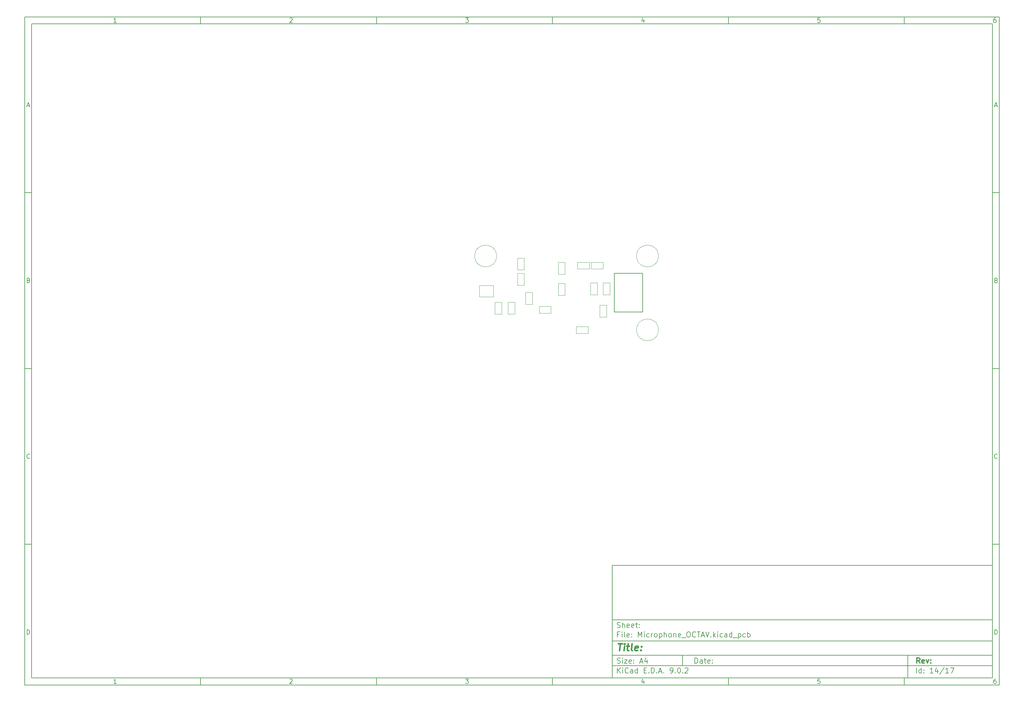
<source format=gbr>
%TF.GenerationSoftware,KiCad,Pcbnew,9.0.2*%
%TF.CreationDate,2025-08-29T05:40:04+02:00*%
%TF.ProjectId,Microphone_OCTAV,4d696372-6f70-4686-9f6e-655f4f435441,rev?*%
%TF.SameCoordinates,Original*%
%TF.FileFunction,Other,User*%
%FSLAX46Y46*%
G04 Gerber Fmt 4.6, Leading zero omitted, Abs format (unit mm)*
G04 Created by KiCad (PCBNEW 9.0.2) date 2025-08-29 05:40:04*
%MOMM*%
%LPD*%
G01*
G04 APERTURE LIST*
%ADD10C,0.100000*%
%ADD11C,0.150000*%
%ADD12C,0.300000*%
%ADD13C,0.400000*%
%ADD14C,0.050000*%
%ADD15C,0.152400*%
G04 APERTURE END LIST*
D10*
D11*
X177002200Y-166007200D02*
X285002200Y-166007200D01*
X285002200Y-198007200D01*
X177002200Y-198007200D01*
X177002200Y-166007200D01*
D10*
D11*
X10000000Y-10000000D02*
X287002200Y-10000000D01*
X287002200Y-200007200D01*
X10000000Y-200007200D01*
X10000000Y-10000000D01*
D10*
D11*
X12000000Y-12000000D02*
X285002200Y-12000000D01*
X285002200Y-198007200D01*
X12000000Y-198007200D01*
X12000000Y-12000000D01*
D10*
D11*
X60000000Y-12000000D02*
X60000000Y-10000000D01*
D10*
D11*
X110000000Y-12000000D02*
X110000000Y-10000000D01*
D10*
D11*
X160000000Y-12000000D02*
X160000000Y-10000000D01*
D10*
D11*
X210000000Y-12000000D02*
X210000000Y-10000000D01*
D10*
D11*
X260000000Y-12000000D02*
X260000000Y-10000000D01*
D10*
D11*
X36089160Y-11593604D02*
X35346303Y-11593604D01*
X35717731Y-11593604D02*
X35717731Y-10293604D01*
X35717731Y-10293604D02*
X35593922Y-10479319D01*
X35593922Y-10479319D02*
X35470112Y-10603128D01*
X35470112Y-10603128D02*
X35346303Y-10665033D01*
D10*
D11*
X85346303Y-10417414D02*
X85408207Y-10355509D01*
X85408207Y-10355509D02*
X85532017Y-10293604D01*
X85532017Y-10293604D02*
X85841541Y-10293604D01*
X85841541Y-10293604D02*
X85965350Y-10355509D01*
X85965350Y-10355509D02*
X86027255Y-10417414D01*
X86027255Y-10417414D02*
X86089160Y-10541223D01*
X86089160Y-10541223D02*
X86089160Y-10665033D01*
X86089160Y-10665033D02*
X86027255Y-10850747D01*
X86027255Y-10850747D02*
X85284398Y-11593604D01*
X85284398Y-11593604D02*
X86089160Y-11593604D01*
D10*
D11*
X135284398Y-10293604D02*
X136089160Y-10293604D01*
X136089160Y-10293604D02*
X135655826Y-10788842D01*
X135655826Y-10788842D02*
X135841541Y-10788842D01*
X135841541Y-10788842D02*
X135965350Y-10850747D01*
X135965350Y-10850747D02*
X136027255Y-10912652D01*
X136027255Y-10912652D02*
X136089160Y-11036461D01*
X136089160Y-11036461D02*
X136089160Y-11345985D01*
X136089160Y-11345985D02*
X136027255Y-11469795D01*
X136027255Y-11469795D02*
X135965350Y-11531700D01*
X135965350Y-11531700D02*
X135841541Y-11593604D01*
X135841541Y-11593604D02*
X135470112Y-11593604D01*
X135470112Y-11593604D02*
X135346303Y-11531700D01*
X135346303Y-11531700D02*
X135284398Y-11469795D01*
D10*
D11*
X185965350Y-10726938D02*
X185965350Y-11593604D01*
X185655826Y-10231700D02*
X185346303Y-11160271D01*
X185346303Y-11160271D02*
X186151064Y-11160271D01*
D10*
D11*
X236027255Y-10293604D02*
X235408207Y-10293604D01*
X235408207Y-10293604D02*
X235346303Y-10912652D01*
X235346303Y-10912652D02*
X235408207Y-10850747D01*
X235408207Y-10850747D02*
X235532017Y-10788842D01*
X235532017Y-10788842D02*
X235841541Y-10788842D01*
X235841541Y-10788842D02*
X235965350Y-10850747D01*
X235965350Y-10850747D02*
X236027255Y-10912652D01*
X236027255Y-10912652D02*
X236089160Y-11036461D01*
X236089160Y-11036461D02*
X236089160Y-11345985D01*
X236089160Y-11345985D02*
X236027255Y-11469795D01*
X236027255Y-11469795D02*
X235965350Y-11531700D01*
X235965350Y-11531700D02*
X235841541Y-11593604D01*
X235841541Y-11593604D02*
X235532017Y-11593604D01*
X235532017Y-11593604D02*
X235408207Y-11531700D01*
X235408207Y-11531700D02*
X235346303Y-11469795D01*
D10*
D11*
X285965350Y-10293604D02*
X285717731Y-10293604D01*
X285717731Y-10293604D02*
X285593922Y-10355509D01*
X285593922Y-10355509D02*
X285532017Y-10417414D01*
X285532017Y-10417414D02*
X285408207Y-10603128D01*
X285408207Y-10603128D02*
X285346303Y-10850747D01*
X285346303Y-10850747D02*
X285346303Y-11345985D01*
X285346303Y-11345985D02*
X285408207Y-11469795D01*
X285408207Y-11469795D02*
X285470112Y-11531700D01*
X285470112Y-11531700D02*
X285593922Y-11593604D01*
X285593922Y-11593604D02*
X285841541Y-11593604D01*
X285841541Y-11593604D02*
X285965350Y-11531700D01*
X285965350Y-11531700D02*
X286027255Y-11469795D01*
X286027255Y-11469795D02*
X286089160Y-11345985D01*
X286089160Y-11345985D02*
X286089160Y-11036461D01*
X286089160Y-11036461D02*
X286027255Y-10912652D01*
X286027255Y-10912652D02*
X285965350Y-10850747D01*
X285965350Y-10850747D02*
X285841541Y-10788842D01*
X285841541Y-10788842D02*
X285593922Y-10788842D01*
X285593922Y-10788842D02*
X285470112Y-10850747D01*
X285470112Y-10850747D02*
X285408207Y-10912652D01*
X285408207Y-10912652D02*
X285346303Y-11036461D01*
D10*
D11*
X60000000Y-198007200D02*
X60000000Y-200007200D01*
D10*
D11*
X110000000Y-198007200D02*
X110000000Y-200007200D01*
D10*
D11*
X160000000Y-198007200D02*
X160000000Y-200007200D01*
D10*
D11*
X210000000Y-198007200D02*
X210000000Y-200007200D01*
D10*
D11*
X260000000Y-198007200D02*
X260000000Y-200007200D01*
D10*
D11*
X36089160Y-199600804D02*
X35346303Y-199600804D01*
X35717731Y-199600804D02*
X35717731Y-198300804D01*
X35717731Y-198300804D02*
X35593922Y-198486519D01*
X35593922Y-198486519D02*
X35470112Y-198610328D01*
X35470112Y-198610328D02*
X35346303Y-198672233D01*
D10*
D11*
X85346303Y-198424614D02*
X85408207Y-198362709D01*
X85408207Y-198362709D02*
X85532017Y-198300804D01*
X85532017Y-198300804D02*
X85841541Y-198300804D01*
X85841541Y-198300804D02*
X85965350Y-198362709D01*
X85965350Y-198362709D02*
X86027255Y-198424614D01*
X86027255Y-198424614D02*
X86089160Y-198548423D01*
X86089160Y-198548423D02*
X86089160Y-198672233D01*
X86089160Y-198672233D02*
X86027255Y-198857947D01*
X86027255Y-198857947D02*
X85284398Y-199600804D01*
X85284398Y-199600804D02*
X86089160Y-199600804D01*
D10*
D11*
X135284398Y-198300804D02*
X136089160Y-198300804D01*
X136089160Y-198300804D02*
X135655826Y-198796042D01*
X135655826Y-198796042D02*
X135841541Y-198796042D01*
X135841541Y-198796042D02*
X135965350Y-198857947D01*
X135965350Y-198857947D02*
X136027255Y-198919852D01*
X136027255Y-198919852D02*
X136089160Y-199043661D01*
X136089160Y-199043661D02*
X136089160Y-199353185D01*
X136089160Y-199353185D02*
X136027255Y-199476995D01*
X136027255Y-199476995D02*
X135965350Y-199538900D01*
X135965350Y-199538900D02*
X135841541Y-199600804D01*
X135841541Y-199600804D02*
X135470112Y-199600804D01*
X135470112Y-199600804D02*
X135346303Y-199538900D01*
X135346303Y-199538900D02*
X135284398Y-199476995D01*
D10*
D11*
X185965350Y-198734138D02*
X185965350Y-199600804D01*
X185655826Y-198238900D02*
X185346303Y-199167471D01*
X185346303Y-199167471D02*
X186151064Y-199167471D01*
D10*
D11*
X236027255Y-198300804D02*
X235408207Y-198300804D01*
X235408207Y-198300804D02*
X235346303Y-198919852D01*
X235346303Y-198919852D02*
X235408207Y-198857947D01*
X235408207Y-198857947D02*
X235532017Y-198796042D01*
X235532017Y-198796042D02*
X235841541Y-198796042D01*
X235841541Y-198796042D02*
X235965350Y-198857947D01*
X235965350Y-198857947D02*
X236027255Y-198919852D01*
X236027255Y-198919852D02*
X236089160Y-199043661D01*
X236089160Y-199043661D02*
X236089160Y-199353185D01*
X236089160Y-199353185D02*
X236027255Y-199476995D01*
X236027255Y-199476995D02*
X235965350Y-199538900D01*
X235965350Y-199538900D02*
X235841541Y-199600804D01*
X235841541Y-199600804D02*
X235532017Y-199600804D01*
X235532017Y-199600804D02*
X235408207Y-199538900D01*
X235408207Y-199538900D02*
X235346303Y-199476995D01*
D10*
D11*
X285965350Y-198300804D02*
X285717731Y-198300804D01*
X285717731Y-198300804D02*
X285593922Y-198362709D01*
X285593922Y-198362709D02*
X285532017Y-198424614D01*
X285532017Y-198424614D02*
X285408207Y-198610328D01*
X285408207Y-198610328D02*
X285346303Y-198857947D01*
X285346303Y-198857947D02*
X285346303Y-199353185D01*
X285346303Y-199353185D02*
X285408207Y-199476995D01*
X285408207Y-199476995D02*
X285470112Y-199538900D01*
X285470112Y-199538900D02*
X285593922Y-199600804D01*
X285593922Y-199600804D02*
X285841541Y-199600804D01*
X285841541Y-199600804D02*
X285965350Y-199538900D01*
X285965350Y-199538900D02*
X286027255Y-199476995D01*
X286027255Y-199476995D02*
X286089160Y-199353185D01*
X286089160Y-199353185D02*
X286089160Y-199043661D01*
X286089160Y-199043661D02*
X286027255Y-198919852D01*
X286027255Y-198919852D02*
X285965350Y-198857947D01*
X285965350Y-198857947D02*
X285841541Y-198796042D01*
X285841541Y-198796042D02*
X285593922Y-198796042D01*
X285593922Y-198796042D02*
X285470112Y-198857947D01*
X285470112Y-198857947D02*
X285408207Y-198919852D01*
X285408207Y-198919852D02*
X285346303Y-199043661D01*
D10*
D11*
X10000000Y-60000000D02*
X12000000Y-60000000D01*
D10*
D11*
X10000000Y-110000000D02*
X12000000Y-110000000D01*
D10*
D11*
X10000000Y-160000000D02*
X12000000Y-160000000D01*
D10*
D11*
X10690476Y-35222176D02*
X11309523Y-35222176D01*
X10566666Y-35593604D02*
X10999999Y-34293604D01*
X10999999Y-34293604D02*
X11433333Y-35593604D01*
D10*
D11*
X11092857Y-84912652D02*
X11278571Y-84974557D01*
X11278571Y-84974557D02*
X11340476Y-85036461D01*
X11340476Y-85036461D02*
X11402380Y-85160271D01*
X11402380Y-85160271D02*
X11402380Y-85345985D01*
X11402380Y-85345985D02*
X11340476Y-85469795D01*
X11340476Y-85469795D02*
X11278571Y-85531700D01*
X11278571Y-85531700D02*
X11154761Y-85593604D01*
X11154761Y-85593604D02*
X10659523Y-85593604D01*
X10659523Y-85593604D02*
X10659523Y-84293604D01*
X10659523Y-84293604D02*
X11092857Y-84293604D01*
X11092857Y-84293604D02*
X11216666Y-84355509D01*
X11216666Y-84355509D02*
X11278571Y-84417414D01*
X11278571Y-84417414D02*
X11340476Y-84541223D01*
X11340476Y-84541223D02*
X11340476Y-84665033D01*
X11340476Y-84665033D02*
X11278571Y-84788842D01*
X11278571Y-84788842D02*
X11216666Y-84850747D01*
X11216666Y-84850747D02*
X11092857Y-84912652D01*
X11092857Y-84912652D02*
X10659523Y-84912652D01*
D10*
D11*
X11402380Y-135469795D02*
X11340476Y-135531700D01*
X11340476Y-135531700D02*
X11154761Y-135593604D01*
X11154761Y-135593604D02*
X11030952Y-135593604D01*
X11030952Y-135593604D02*
X10845238Y-135531700D01*
X10845238Y-135531700D02*
X10721428Y-135407890D01*
X10721428Y-135407890D02*
X10659523Y-135284080D01*
X10659523Y-135284080D02*
X10597619Y-135036461D01*
X10597619Y-135036461D02*
X10597619Y-134850747D01*
X10597619Y-134850747D02*
X10659523Y-134603128D01*
X10659523Y-134603128D02*
X10721428Y-134479319D01*
X10721428Y-134479319D02*
X10845238Y-134355509D01*
X10845238Y-134355509D02*
X11030952Y-134293604D01*
X11030952Y-134293604D02*
X11154761Y-134293604D01*
X11154761Y-134293604D02*
X11340476Y-134355509D01*
X11340476Y-134355509D02*
X11402380Y-134417414D01*
D10*
D11*
X10659523Y-185593604D02*
X10659523Y-184293604D01*
X10659523Y-184293604D02*
X10969047Y-184293604D01*
X10969047Y-184293604D02*
X11154761Y-184355509D01*
X11154761Y-184355509D02*
X11278571Y-184479319D01*
X11278571Y-184479319D02*
X11340476Y-184603128D01*
X11340476Y-184603128D02*
X11402380Y-184850747D01*
X11402380Y-184850747D02*
X11402380Y-185036461D01*
X11402380Y-185036461D02*
X11340476Y-185284080D01*
X11340476Y-185284080D02*
X11278571Y-185407890D01*
X11278571Y-185407890D02*
X11154761Y-185531700D01*
X11154761Y-185531700D02*
X10969047Y-185593604D01*
X10969047Y-185593604D02*
X10659523Y-185593604D01*
D10*
D11*
X287002200Y-60000000D02*
X285002200Y-60000000D01*
D10*
D11*
X287002200Y-110000000D02*
X285002200Y-110000000D01*
D10*
D11*
X287002200Y-160000000D02*
X285002200Y-160000000D01*
D10*
D11*
X285692676Y-35222176D02*
X286311723Y-35222176D01*
X285568866Y-35593604D02*
X286002199Y-34293604D01*
X286002199Y-34293604D02*
X286435533Y-35593604D01*
D10*
D11*
X286095057Y-84912652D02*
X286280771Y-84974557D01*
X286280771Y-84974557D02*
X286342676Y-85036461D01*
X286342676Y-85036461D02*
X286404580Y-85160271D01*
X286404580Y-85160271D02*
X286404580Y-85345985D01*
X286404580Y-85345985D02*
X286342676Y-85469795D01*
X286342676Y-85469795D02*
X286280771Y-85531700D01*
X286280771Y-85531700D02*
X286156961Y-85593604D01*
X286156961Y-85593604D02*
X285661723Y-85593604D01*
X285661723Y-85593604D02*
X285661723Y-84293604D01*
X285661723Y-84293604D02*
X286095057Y-84293604D01*
X286095057Y-84293604D02*
X286218866Y-84355509D01*
X286218866Y-84355509D02*
X286280771Y-84417414D01*
X286280771Y-84417414D02*
X286342676Y-84541223D01*
X286342676Y-84541223D02*
X286342676Y-84665033D01*
X286342676Y-84665033D02*
X286280771Y-84788842D01*
X286280771Y-84788842D02*
X286218866Y-84850747D01*
X286218866Y-84850747D02*
X286095057Y-84912652D01*
X286095057Y-84912652D02*
X285661723Y-84912652D01*
D10*
D11*
X286404580Y-135469795D02*
X286342676Y-135531700D01*
X286342676Y-135531700D02*
X286156961Y-135593604D01*
X286156961Y-135593604D02*
X286033152Y-135593604D01*
X286033152Y-135593604D02*
X285847438Y-135531700D01*
X285847438Y-135531700D02*
X285723628Y-135407890D01*
X285723628Y-135407890D02*
X285661723Y-135284080D01*
X285661723Y-135284080D02*
X285599819Y-135036461D01*
X285599819Y-135036461D02*
X285599819Y-134850747D01*
X285599819Y-134850747D02*
X285661723Y-134603128D01*
X285661723Y-134603128D02*
X285723628Y-134479319D01*
X285723628Y-134479319D02*
X285847438Y-134355509D01*
X285847438Y-134355509D02*
X286033152Y-134293604D01*
X286033152Y-134293604D02*
X286156961Y-134293604D01*
X286156961Y-134293604D02*
X286342676Y-134355509D01*
X286342676Y-134355509D02*
X286404580Y-134417414D01*
D10*
D11*
X285661723Y-185593604D02*
X285661723Y-184293604D01*
X285661723Y-184293604D02*
X285971247Y-184293604D01*
X285971247Y-184293604D02*
X286156961Y-184355509D01*
X286156961Y-184355509D02*
X286280771Y-184479319D01*
X286280771Y-184479319D02*
X286342676Y-184603128D01*
X286342676Y-184603128D02*
X286404580Y-184850747D01*
X286404580Y-184850747D02*
X286404580Y-185036461D01*
X286404580Y-185036461D02*
X286342676Y-185284080D01*
X286342676Y-185284080D02*
X286280771Y-185407890D01*
X286280771Y-185407890D02*
X286156961Y-185531700D01*
X286156961Y-185531700D02*
X285971247Y-185593604D01*
X285971247Y-185593604D02*
X285661723Y-185593604D01*
D10*
D11*
X200458026Y-193793328D02*
X200458026Y-192293328D01*
X200458026Y-192293328D02*
X200815169Y-192293328D01*
X200815169Y-192293328D02*
X201029455Y-192364757D01*
X201029455Y-192364757D02*
X201172312Y-192507614D01*
X201172312Y-192507614D02*
X201243741Y-192650471D01*
X201243741Y-192650471D02*
X201315169Y-192936185D01*
X201315169Y-192936185D02*
X201315169Y-193150471D01*
X201315169Y-193150471D02*
X201243741Y-193436185D01*
X201243741Y-193436185D02*
X201172312Y-193579042D01*
X201172312Y-193579042D02*
X201029455Y-193721900D01*
X201029455Y-193721900D02*
X200815169Y-193793328D01*
X200815169Y-193793328D02*
X200458026Y-193793328D01*
X202600884Y-193793328D02*
X202600884Y-193007614D01*
X202600884Y-193007614D02*
X202529455Y-192864757D01*
X202529455Y-192864757D02*
X202386598Y-192793328D01*
X202386598Y-192793328D02*
X202100884Y-192793328D01*
X202100884Y-192793328D02*
X201958026Y-192864757D01*
X202600884Y-193721900D02*
X202458026Y-193793328D01*
X202458026Y-193793328D02*
X202100884Y-193793328D01*
X202100884Y-193793328D02*
X201958026Y-193721900D01*
X201958026Y-193721900D02*
X201886598Y-193579042D01*
X201886598Y-193579042D02*
X201886598Y-193436185D01*
X201886598Y-193436185D02*
X201958026Y-193293328D01*
X201958026Y-193293328D02*
X202100884Y-193221900D01*
X202100884Y-193221900D02*
X202458026Y-193221900D01*
X202458026Y-193221900D02*
X202600884Y-193150471D01*
X203100884Y-192793328D02*
X203672312Y-192793328D01*
X203315169Y-192293328D02*
X203315169Y-193579042D01*
X203315169Y-193579042D02*
X203386598Y-193721900D01*
X203386598Y-193721900D02*
X203529455Y-193793328D01*
X203529455Y-193793328D02*
X203672312Y-193793328D01*
X204743741Y-193721900D02*
X204600884Y-193793328D01*
X204600884Y-193793328D02*
X204315170Y-193793328D01*
X204315170Y-193793328D02*
X204172312Y-193721900D01*
X204172312Y-193721900D02*
X204100884Y-193579042D01*
X204100884Y-193579042D02*
X204100884Y-193007614D01*
X204100884Y-193007614D02*
X204172312Y-192864757D01*
X204172312Y-192864757D02*
X204315170Y-192793328D01*
X204315170Y-192793328D02*
X204600884Y-192793328D01*
X204600884Y-192793328D02*
X204743741Y-192864757D01*
X204743741Y-192864757D02*
X204815170Y-193007614D01*
X204815170Y-193007614D02*
X204815170Y-193150471D01*
X204815170Y-193150471D02*
X204100884Y-193293328D01*
X205458026Y-193650471D02*
X205529455Y-193721900D01*
X205529455Y-193721900D02*
X205458026Y-193793328D01*
X205458026Y-193793328D02*
X205386598Y-193721900D01*
X205386598Y-193721900D02*
X205458026Y-193650471D01*
X205458026Y-193650471D02*
X205458026Y-193793328D01*
X205458026Y-192864757D02*
X205529455Y-192936185D01*
X205529455Y-192936185D02*
X205458026Y-193007614D01*
X205458026Y-193007614D02*
X205386598Y-192936185D01*
X205386598Y-192936185D02*
X205458026Y-192864757D01*
X205458026Y-192864757D02*
X205458026Y-193007614D01*
D10*
D11*
X177002200Y-194507200D02*
X285002200Y-194507200D01*
D10*
D11*
X178458026Y-196593328D02*
X178458026Y-195093328D01*
X179315169Y-196593328D02*
X178672312Y-195736185D01*
X179315169Y-195093328D02*
X178458026Y-195950471D01*
X179958026Y-196593328D02*
X179958026Y-195593328D01*
X179958026Y-195093328D02*
X179886598Y-195164757D01*
X179886598Y-195164757D02*
X179958026Y-195236185D01*
X179958026Y-195236185D02*
X180029455Y-195164757D01*
X180029455Y-195164757D02*
X179958026Y-195093328D01*
X179958026Y-195093328D02*
X179958026Y-195236185D01*
X181529455Y-196450471D02*
X181458027Y-196521900D01*
X181458027Y-196521900D02*
X181243741Y-196593328D01*
X181243741Y-196593328D02*
X181100884Y-196593328D01*
X181100884Y-196593328D02*
X180886598Y-196521900D01*
X180886598Y-196521900D02*
X180743741Y-196379042D01*
X180743741Y-196379042D02*
X180672312Y-196236185D01*
X180672312Y-196236185D02*
X180600884Y-195950471D01*
X180600884Y-195950471D02*
X180600884Y-195736185D01*
X180600884Y-195736185D02*
X180672312Y-195450471D01*
X180672312Y-195450471D02*
X180743741Y-195307614D01*
X180743741Y-195307614D02*
X180886598Y-195164757D01*
X180886598Y-195164757D02*
X181100884Y-195093328D01*
X181100884Y-195093328D02*
X181243741Y-195093328D01*
X181243741Y-195093328D02*
X181458027Y-195164757D01*
X181458027Y-195164757D02*
X181529455Y-195236185D01*
X182815170Y-196593328D02*
X182815170Y-195807614D01*
X182815170Y-195807614D02*
X182743741Y-195664757D01*
X182743741Y-195664757D02*
X182600884Y-195593328D01*
X182600884Y-195593328D02*
X182315170Y-195593328D01*
X182315170Y-195593328D02*
X182172312Y-195664757D01*
X182815170Y-196521900D02*
X182672312Y-196593328D01*
X182672312Y-196593328D02*
X182315170Y-196593328D01*
X182315170Y-196593328D02*
X182172312Y-196521900D01*
X182172312Y-196521900D02*
X182100884Y-196379042D01*
X182100884Y-196379042D02*
X182100884Y-196236185D01*
X182100884Y-196236185D02*
X182172312Y-196093328D01*
X182172312Y-196093328D02*
X182315170Y-196021900D01*
X182315170Y-196021900D02*
X182672312Y-196021900D01*
X182672312Y-196021900D02*
X182815170Y-195950471D01*
X184172313Y-196593328D02*
X184172313Y-195093328D01*
X184172313Y-196521900D02*
X184029455Y-196593328D01*
X184029455Y-196593328D02*
X183743741Y-196593328D01*
X183743741Y-196593328D02*
X183600884Y-196521900D01*
X183600884Y-196521900D02*
X183529455Y-196450471D01*
X183529455Y-196450471D02*
X183458027Y-196307614D01*
X183458027Y-196307614D02*
X183458027Y-195879042D01*
X183458027Y-195879042D02*
X183529455Y-195736185D01*
X183529455Y-195736185D02*
X183600884Y-195664757D01*
X183600884Y-195664757D02*
X183743741Y-195593328D01*
X183743741Y-195593328D02*
X184029455Y-195593328D01*
X184029455Y-195593328D02*
X184172313Y-195664757D01*
X186029455Y-195807614D02*
X186529455Y-195807614D01*
X186743741Y-196593328D02*
X186029455Y-196593328D01*
X186029455Y-196593328D02*
X186029455Y-195093328D01*
X186029455Y-195093328D02*
X186743741Y-195093328D01*
X187386598Y-196450471D02*
X187458027Y-196521900D01*
X187458027Y-196521900D02*
X187386598Y-196593328D01*
X187386598Y-196593328D02*
X187315170Y-196521900D01*
X187315170Y-196521900D02*
X187386598Y-196450471D01*
X187386598Y-196450471D02*
X187386598Y-196593328D01*
X188100884Y-196593328D02*
X188100884Y-195093328D01*
X188100884Y-195093328D02*
X188458027Y-195093328D01*
X188458027Y-195093328D02*
X188672313Y-195164757D01*
X188672313Y-195164757D02*
X188815170Y-195307614D01*
X188815170Y-195307614D02*
X188886599Y-195450471D01*
X188886599Y-195450471D02*
X188958027Y-195736185D01*
X188958027Y-195736185D02*
X188958027Y-195950471D01*
X188958027Y-195950471D02*
X188886599Y-196236185D01*
X188886599Y-196236185D02*
X188815170Y-196379042D01*
X188815170Y-196379042D02*
X188672313Y-196521900D01*
X188672313Y-196521900D02*
X188458027Y-196593328D01*
X188458027Y-196593328D02*
X188100884Y-196593328D01*
X189600884Y-196450471D02*
X189672313Y-196521900D01*
X189672313Y-196521900D02*
X189600884Y-196593328D01*
X189600884Y-196593328D02*
X189529456Y-196521900D01*
X189529456Y-196521900D02*
X189600884Y-196450471D01*
X189600884Y-196450471D02*
X189600884Y-196593328D01*
X190243742Y-196164757D02*
X190958028Y-196164757D01*
X190100885Y-196593328D02*
X190600885Y-195093328D01*
X190600885Y-195093328D02*
X191100885Y-196593328D01*
X191600884Y-196450471D02*
X191672313Y-196521900D01*
X191672313Y-196521900D02*
X191600884Y-196593328D01*
X191600884Y-196593328D02*
X191529456Y-196521900D01*
X191529456Y-196521900D02*
X191600884Y-196450471D01*
X191600884Y-196450471D02*
X191600884Y-196593328D01*
X193529456Y-196593328D02*
X193815170Y-196593328D01*
X193815170Y-196593328D02*
X193958027Y-196521900D01*
X193958027Y-196521900D02*
X194029456Y-196450471D01*
X194029456Y-196450471D02*
X194172313Y-196236185D01*
X194172313Y-196236185D02*
X194243742Y-195950471D01*
X194243742Y-195950471D02*
X194243742Y-195379042D01*
X194243742Y-195379042D02*
X194172313Y-195236185D01*
X194172313Y-195236185D02*
X194100885Y-195164757D01*
X194100885Y-195164757D02*
X193958027Y-195093328D01*
X193958027Y-195093328D02*
X193672313Y-195093328D01*
X193672313Y-195093328D02*
X193529456Y-195164757D01*
X193529456Y-195164757D02*
X193458027Y-195236185D01*
X193458027Y-195236185D02*
X193386599Y-195379042D01*
X193386599Y-195379042D02*
X193386599Y-195736185D01*
X193386599Y-195736185D02*
X193458027Y-195879042D01*
X193458027Y-195879042D02*
X193529456Y-195950471D01*
X193529456Y-195950471D02*
X193672313Y-196021900D01*
X193672313Y-196021900D02*
X193958027Y-196021900D01*
X193958027Y-196021900D02*
X194100885Y-195950471D01*
X194100885Y-195950471D02*
X194172313Y-195879042D01*
X194172313Y-195879042D02*
X194243742Y-195736185D01*
X194886598Y-196450471D02*
X194958027Y-196521900D01*
X194958027Y-196521900D02*
X194886598Y-196593328D01*
X194886598Y-196593328D02*
X194815170Y-196521900D01*
X194815170Y-196521900D02*
X194886598Y-196450471D01*
X194886598Y-196450471D02*
X194886598Y-196593328D01*
X195886599Y-195093328D02*
X196029456Y-195093328D01*
X196029456Y-195093328D02*
X196172313Y-195164757D01*
X196172313Y-195164757D02*
X196243742Y-195236185D01*
X196243742Y-195236185D02*
X196315170Y-195379042D01*
X196315170Y-195379042D02*
X196386599Y-195664757D01*
X196386599Y-195664757D02*
X196386599Y-196021900D01*
X196386599Y-196021900D02*
X196315170Y-196307614D01*
X196315170Y-196307614D02*
X196243742Y-196450471D01*
X196243742Y-196450471D02*
X196172313Y-196521900D01*
X196172313Y-196521900D02*
X196029456Y-196593328D01*
X196029456Y-196593328D02*
X195886599Y-196593328D01*
X195886599Y-196593328D02*
X195743742Y-196521900D01*
X195743742Y-196521900D02*
X195672313Y-196450471D01*
X195672313Y-196450471D02*
X195600884Y-196307614D01*
X195600884Y-196307614D02*
X195529456Y-196021900D01*
X195529456Y-196021900D02*
X195529456Y-195664757D01*
X195529456Y-195664757D02*
X195600884Y-195379042D01*
X195600884Y-195379042D02*
X195672313Y-195236185D01*
X195672313Y-195236185D02*
X195743742Y-195164757D01*
X195743742Y-195164757D02*
X195886599Y-195093328D01*
X197029455Y-196450471D02*
X197100884Y-196521900D01*
X197100884Y-196521900D02*
X197029455Y-196593328D01*
X197029455Y-196593328D02*
X196958027Y-196521900D01*
X196958027Y-196521900D02*
X197029455Y-196450471D01*
X197029455Y-196450471D02*
X197029455Y-196593328D01*
X197672313Y-195236185D02*
X197743741Y-195164757D01*
X197743741Y-195164757D02*
X197886599Y-195093328D01*
X197886599Y-195093328D02*
X198243741Y-195093328D01*
X198243741Y-195093328D02*
X198386599Y-195164757D01*
X198386599Y-195164757D02*
X198458027Y-195236185D01*
X198458027Y-195236185D02*
X198529456Y-195379042D01*
X198529456Y-195379042D02*
X198529456Y-195521900D01*
X198529456Y-195521900D02*
X198458027Y-195736185D01*
X198458027Y-195736185D02*
X197600884Y-196593328D01*
X197600884Y-196593328D02*
X198529456Y-196593328D01*
D10*
D11*
X177002200Y-191507200D02*
X285002200Y-191507200D01*
D10*
D12*
X264413853Y-193785528D02*
X263913853Y-193071242D01*
X263556710Y-193785528D02*
X263556710Y-192285528D01*
X263556710Y-192285528D02*
X264128139Y-192285528D01*
X264128139Y-192285528D02*
X264270996Y-192356957D01*
X264270996Y-192356957D02*
X264342425Y-192428385D01*
X264342425Y-192428385D02*
X264413853Y-192571242D01*
X264413853Y-192571242D02*
X264413853Y-192785528D01*
X264413853Y-192785528D02*
X264342425Y-192928385D01*
X264342425Y-192928385D02*
X264270996Y-192999814D01*
X264270996Y-192999814D02*
X264128139Y-193071242D01*
X264128139Y-193071242D02*
X263556710Y-193071242D01*
X265628139Y-193714100D02*
X265485282Y-193785528D01*
X265485282Y-193785528D02*
X265199568Y-193785528D01*
X265199568Y-193785528D02*
X265056710Y-193714100D01*
X265056710Y-193714100D02*
X264985282Y-193571242D01*
X264985282Y-193571242D02*
X264985282Y-192999814D01*
X264985282Y-192999814D02*
X265056710Y-192856957D01*
X265056710Y-192856957D02*
X265199568Y-192785528D01*
X265199568Y-192785528D02*
X265485282Y-192785528D01*
X265485282Y-192785528D02*
X265628139Y-192856957D01*
X265628139Y-192856957D02*
X265699568Y-192999814D01*
X265699568Y-192999814D02*
X265699568Y-193142671D01*
X265699568Y-193142671D02*
X264985282Y-193285528D01*
X266199567Y-192785528D02*
X266556710Y-193785528D01*
X266556710Y-193785528D02*
X266913853Y-192785528D01*
X267485281Y-193642671D02*
X267556710Y-193714100D01*
X267556710Y-193714100D02*
X267485281Y-193785528D01*
X267485281Y-193785528D02*
X267413853Y-193714100D01*
X267413853Y-193714100D02*
X267485281Y-193642671D01*
X267485281Y-193642671D02*
X267485281Y-193785528D01*
X267485281Y-192856957D02*
X267556710Y-192928385D01*
X267556710Y-192928385D02*
X267485281Y-192999814D01*
X267485281Y-192999814D02*
X267413853Y-192928385D01*
X267413853Y-192928385D02*
X267485281Y-192856957D01*
X267485281Y-192856957D02*
X267485281Y-192999814D01*
D10*
D11*
X178386598Y-193721900D02*
X178600884Y-193793328D01*
X178600884Y-193793328D02*
X178958026Y-193793328D01*
X178958026Y-193793328D02*
X179100884Y-193721900D01*
X179100884Y-193721900D02*
X179172312Y-193650471D01*
X179172312Y-193650471D02*
X179243741Y-193507614D01*
X179243741Y-193507614D02*
X179243741Y-193364757D01*
X179243741Y-193364757D02*
X179172312Y-193221900D01*
X179172312Y-193221900D02*
X179100884Y-193150471D01*
X179100884Y-193150471D02*
X178958026Y-193079042D01*
X178958026Y-193079042D02*
X178672312Y-193007614D01*
X178672312Y-193007614D02*
X178529455Y-192936185D01*
X178529455Y-192936185D02*
X178458026Y-192864757D01*
X178458026Y-192864757D02*
X178386598Y-192721900D01*
X178386598Y-192721900D02*
X178386598Y-192579042D01*
X178386598Y-192579042D02*
X178458026Y-192436185D01*
X178458026Y-192436185D02*
X178529455Y-192364757D01*
X178529455Y-192364757D02*
X178672312Y-192293328D01*
X178672312Y-192293328D02*
X179029455Y-192293328D01*
X179029455Y-192293328D02*
X179243741Y-192364757D01*
X179886597Y-193793328D02*
X179886597Y-192793328D01*
X179886597Y-192293328D02*
X179815169Y-192364757D01*
X179815169Y-192364757D02*
X179886597Y-192436185D01*
X179886597Y-192436185D02*
X179958026Y-192364757D01*
X179958026Y-192364757D02*
X179886597Y-192293328D01*
X179886597Y-192293328D02*
X179886597Y-192436185D01*
X180458026Y-192793328D02*
X181243741Y-192793328D01*
X181243741Y-192793328D02*
X180458026Y-193793328D01*
X180458026Y-193793328D02*
X181243741Y-193793328D01*
X182386598Y-193721900D02*
X182243741Y-193793328D01*
X182243741Y-193793328D02*
X181958027Y-193793328D01*
X181958027Y-193793328D02*
X181815169Y-193721900D01*
X181815169Y-193721900D02*
X181743741Y-193579042D01*
X181743741Y-193579042D02*
X181743741Y-193007614D01*
X181743741Y-193007614D02*
X181815169Y-192864757D01*
X181815169Y-192864757D02*
X181958027Y-192793328D01*
X181958027Y-192793328D02*
X182243741Y-192793328D01*
X182243741Y-192793328D02*
X182386598Y-192864757D01*
X182386598Y-192864757D02*
X182458027Y-193007614D01*
X182458027Y-193007614D02*
X182458027Y-193150471D01*
X182458027Y-193150471D02*
X181743741Y-193293328D01*
X183100883Y-193650471D02*
X183172312Y-193721900D01*
X183172312Y-193721900D02*
X183100883Y-193793328D01*
X183100883Y-193793328D02*
X183029455Y-193721900D01*
X183029455Y-193721900D02*
X183100883Y-193650471D01*
X183100883Y-193650471D02*
X183100883Y-193793328D01*
X183100883Y-192864757D02*
X183172312Y-192936185D01*
X183172312Y-192936185D02*
X183100883Y-193007614D01*
X183100883Y-193007614D02*
X183029455Y-192936185D01*
X183029455Y-192936185D02*
X183100883Y-192864757D01*
X183100883Y-192864757D02*
X183100883Y-193007614D01*
X184886598Y-193364757D02*
X185600884Y-193364757D01*
X184743741Y-193793328D02*
X185243741Y-192293328D01*
X185243741Y-192293328D02*
X185743741Y-193793328D01*
X186886598Y-192793328D02*
X186886598Y-193793328D01*
X186529455Y-192221900D02*
X186172312Y-193293328D01*
X186172312Y-193293328D02*
X187100883Y-193293328D01*
D10*
D11*
X263458026Y-196593328D02*
X263458026Y-195093328D01*
X264815170Y-196593328D02*
X264815170Y-195093328D01*
X264815170Y-196521900D02*
X264672312Y-196593328D01*
X264672312Y-196593328D02*
X264386598Y-196593328D01*
X264386598Y-196593328D02*
X264243741Y-196521900D01*
X264243741Y-196521900D02*
X264172312Y-196450471D01*
X264172312Y-196450471D02*
X264100884Y-196307614D01*
X264100884Y-196307614D02*
X264100884Y-195879042D01*
X264100884Y-195879042D02*
X264172312Y-195736185D01*
X264172312Y-195736185D02*
X264243741Y-195664757D01*
X264243741Y-195664757D02*
X264386598Y-195593328D01*
X264386598Y-195593328D02*
X264672312Y-195593328D01*
X264672312Y-195593328D02*
X264815170Y-195664757D01*
X265529455Y-196450471D02*
X265600884Y-196521900D01*
X265600884Y-196521900D02*
X265529455Y-196593328D01*
X265529455Y-196593328D02*
X265458027Y-196521900D01*
X265458027Y-196521900D02*
X265529455Y-196450471D01*
X265529455Y-196450471D02*
X265529455Y-196593328D01*
X265529455Y-195664757D02*
X265600884Y-195736185D01*
X265600884Y-195736185D02*
X265529455Y-195807614D01*
X265529455Y-195807614D02*
X265458027Y-195736185D01*
X265458027Y-195736185D02*
X265529455Y-195664757D01*
X265529455Y-195664757D02*
X265529455Y-195807614D01*
X268172313Y-196593328D02*
X267315170Y-196593328D01*
X267743741Y-196593328D02*
X267743741Y-195093328D01*
X267743741Y-195093328D02*
X267600884Y-195307614D01*
X267600884Y-195307614D02*
X267458027Y-195450471D01*
X267458027Y-195450471D02*
X267315170Y-195521900D01*
X269458027Y-195593328D02*
X269458027Y-196593328D01*
X269100884Y-195021900D02*
X268743741Y-196093328D01*
X268743741Y-196093328D02*
X269672312Y-196093328D01*
X271315169Y-195021900D02*
X270029455Y-196950471D01*
X272600884Y-196593328D02*
X271743741Y-196593328D01*
X272172312Y-196593328D02*
X272172312Y-195093328D01*
X272172312Y-195093328D02*
X272029455Y-195307614D01*
X272029455Y-195307614D02*
X271886598Y-195450471D01*
X271886598Y-195450471D02*
X271743741Y-195521900D01*
X273100883Y-195093328D02*
X274100883Y-195093328D01*
X274100883Y-195093328D02*
X273458026Y-196593328D01*
D10*
D11*
X177002200Y-187507200D02*
X285002200Y-187507200D01*
D10*
D13*
X178693928Y-188211638D02*
X179836785Y-188211638D01*
X179015357Y-190211638D02*
X179265357Y-188211638D01*
X180253452Y-190211638D02*
X180420119Y-188878304D01*
X180503452Y-188211638D02*
X180396309Y-188306876D01*
X180396309Y-188306876D02*
X180479643Y-188402114D01*
X180479643Y-188402114D02*
X180586786Y-188306876D01*
X180586786Y-188306876D02*
X180503452Y-188211638D01*
X180503452Y-188211638D02*
X180479643Y-188402114D01*
X181086786Y-188878304D02*
X181848690Y-188878304D01*
X181455833Y-188211638D02*
X181241548Y-189925923D01*
X181241548Y-189925923D02*
X181312976Y-190116400D01*
X181312976Y-190116400D02*
X181491548Y-190211638D01*
X181491548Y-190211638D02*
X181682024Y-190211638D01*
X182634405Y-190211638D02*
X182455833Y-190116400D01*
X182455833Y-190116400D02*
X182384405Y-189925923D01*
X182384405Y-189925923D02*
X182598690Y-188211638D01*
X184170119Y-190116400D02*
X183967738Y-190211638D01*
X183967738Y-190211638D02*
X183586785Y-190211638D01*
X183586785Y-190211638D02*
X183408214Y-190116400D01*
X183408214Y-190116400D02*
X183336785Y-189925923D01*
X183336785Y-189925923D02*
X183432024Y-189164019D01*
X183432024Y-189164019D02*
X183551071Y-188973542D01*
X183551071Y-188973542D02*
X183753452Y-188878304D01*
X183753452Y-188878304D02*
X184134404Y-188878304D01*
X184134404Y-188878304D02*
X184312976Y-188973542D01*
X184312976Y-188973542D02*
X184384404Y-189164019D01*
X184384404Y-189164019D02*
X184360595Y-189354495D01*
X184360595Y-189354495D02*
X183384404Y-189544971D01*
X185134405Y-190021161D02*
X185217738Y-190116400D01*
X185217738Y-190116400D02*
X185110595Y-190211638D01*
X185110595Y-190211638D02*
X185027262Y-190116400D01*
X185027262Y-190116400D02*
X185134405Y-190021161D01*
X185134405Y-190021161D02*
X185110595Y-190211638D01*
X185265357Y-188973542D02*
X185348690Y-189068780D01*
X185348690Y-189068780D02*
X185241548Y-189164019D01*
X185241548Y-189164019D02*
X185158214Y-189068780D01*
X185158214Y-189068780D02*
X185265357Y-188973542D01*
X185265357Y-188973542D02*
X185241548Y-189164019D01*
D10*
D11*
X178958026Y-185607614D02*
X178458026Y-185607614D01*
X178458026Y-186393328D02*
X178458026Y-184893328D01*
X178458026Y-184893328D02*
X179172312Y-184893328D01*
X179743740Y-186393328D02*
X179743740Y-185393328D01*
X179743740Y-184893328D02*
X179672312Y-184964757D01*
X179672312Y-184964757D02*
X179743740Y-185036185D01*
X179743740Y-185036185D02*
X179815169Y-184964757D01*
X179815169Y-184964757D02*
X179743740Y-184893328D01*
X179743740Y-184893328D02*
X179743740Y-185036185D01*
X180672312Y-186393328D02*
X180529455Y-186321900D01*
X180529455Y-186321900D02*
X180458026Y-186179042D01*
X180458026Y-186179042D02*
X180458026Y-184893328D01*
X181815169Y-186321900D02*
X181672312Y-186393328D01*
X181672312Y-186393328D02*
X181386598Y-186393328D01*
X181386598Y-186393328D02*
X181243740Y-186321900D01*
X181243740Y-186321900D02*
X181172312Y-186179042D01*
X181172312Y-186179042D02*
X181172312Y-185607614D01*
X181172312Y-185607614D02*
X181243740Y-185464757D01*
X181243740Y-185464757D02*
X181386598Y-185393328D01*
X181386598Y-185393328D02*
X181672312Y-185393328D01*
X181672312Y-185393328D02*
X181815169Y-185464757D01*
X181815169Y-185464757D02*
X181886598Y-185607614D01*
X181886598Y-185607614D02*
X181886598Y-185750471D01*
X181886598Y-185750471D02*
X181172312Y-185893328D01*
X182529454Y-186250471D02*
X182600883Y-186321900D01*
X182600883Y-186321900D02*
X182529454Y-186393328D01*
X182529454Y-186393328D02*
X182458026Y-186321900D01*
X182458026Y-186321900D02*
X182529454Y-186250471D01*
X182529454Y-186250471D02*
X182529454Y-186393328D01*
X182529454Y-185464757D02*
X182600883Y-185536185D01*
X182600883Y-185536185D02*
X182529454Y-185607614D01*
X182529454Y-185607614D02*
X182458026Y-185536185D01*
X182458026Y-185536185D02*
X182529454Y-185464757D01*
X182529454Y-185464757D02*
X182529454Y-185607614D01*
X184386597Y-186393328D02*
X184386597Y-184893328D01*
X184386597Y-184893328D02*
X184886597Y-185964757D01*
X184886597Y-185964757D02*
X185386597Y-184893328D01*
X185386597Y-184893328D02*
X185386597Y-186393328D01*
X186100883Y-186393328D02*
X186100883Y-185393328D01*
X186100883Y-184893328D02*
X186029455Y-184964757D01*
X186029455Y-184964757D02*
X186100883Y-185036185D01*
X186100883Y-185036185D02*
X186172312Y-184964757D01*
X186172312Y-184964757D02*
X186100883Y-184893328D01*
X186100883Y-184893328D02*
X186100883Y-185036185D01*
X187458027Y-186321900D02*
X187315169Y-186393328D01*
X187315169Y-186393328D02*
X187029455Y-186393328D01*
X187029455Y-186393328D02*
X186886598Y-186321900D01*
X186886598Y-186321900D02*
X186815169Y-186250471D01*
X186815169Y-186250471D02*
X186743741Y-186107614D01*
X186743741Y-186107614D02*
X186743741Y-185679042D01*
X186743741Y-185679042D02*
X186815169Y-185536185D01*
X186815169Y-185536185D02*
X186886598Y-185464757D01*
X186886598Y-185464757D02*
X187029455Y-185393328D01*
X187029455Y-185393328D02*
X187315169Y-185393328D01*
X187315169Y-185393328D02*
X187458027Y-185464757D01*
X188100883Y-186393328D02*
X188100883Y-185393328D01*
X188100883Y-185679042D02*
X188172312Y-185536185D01*
X188172312Y-185536185D02*
X188243741Y-185464757D01*
X188243741Y-185464757D02*
X188386598Y-185393328D01*
X188386598Y-185393328D02*
X188529455Y-185393328D01*
X189243740Y-186393328D02*
X189100883Y-186321900D01*
X189100883Y-186321900D02*
X189029454Y-186250471D01*
X189029454Y-186250471D02*
X188958026Y-186107614D01*
X188958026Y-186107614D02*
X188958026Y-185679042D01*
X188958026Y-185679042D02*
X189029454Y-185536185D01*
X189029454Y-185536185D02*
X189100883Y-185464757D01*
X189100883Y-185464757D02*
X189243740Y-185393328D01*
X189243740Y-185393328D02*
X189458026Y-185393328D01*
X189458026Y-185393328D02*
X189600883Y-185464757D01*
X189600883Y-185464757D02*
X189672312Y-185536185D01*
X189672312Y-185536185D02*
X189743740Y-185679042D01*
X189743740Y-185679042D02*
X189743740Y-186107614D01*
X189743740Y-186107614D02*
X189672312Y-186250471D01*
X189672312Y-186250471D02*
X189600883Y-186321900D01*
X189600883Y-186321900D02*
X189458026Y-186393328D01*
X189458026Y-186393328D02*
X189243740Y-186393328D01*
X190386597Y-185393328D02*
X190386597Y-186893328D01*
X190386597Y-185464757D02*
X190529455Y-185393328D01*
X190529455Y-185393328D02*
X190815169Y-185393328D01*
X190815169Y-185393328D02*
X190958026Y-185464757D01*
X190958026Y-185464757D02*
X191029455Y-185536185D01*
X191029455Y-185536185D02*
X191100883Y-185679042D01*
X191100883Y-185679042D02*
X191100883Y-186107614D01*
X191100883Y-186107614D02*
X191029455Y-186250471D01*
X191029455Y-186250471D02*
X190958026Y-186321900D01*
X190958026Y-186321900D02*
X190815169Y-186393328D01*
X190815169Y-186393328D02*
X190529455Y-186393328D01*
X190529455Y-186393328D02*
X190386597Y-186321900D01*
X191743740Y-186393328D02*
X191743740Y-184893328D01*
X192386598Y-186393328D02*
X192386598Y-185607614D01*
X192386598Y-185607614D02*
X192315169Y-185464757D01*
X192315169Y-185464757D02*
X192172312Y-185393328D01*
X192172312Y-185393328D02*
X191958026Y-185393328D01*
X191958026Y-185393328D02*
X191815169Y-185464757D01*
X191815169Y-185464757D02*
X191743740Y-185536185D01*
X193315169Y-186393328D02*
X193172312Y-186321900D01*
X193172312Y-186321900D02*
X193100883Y-186250471D01*
X193100883Y-186250471D02*
X193029455Y-186107614D01*
X193029455Y-186107614D02*
X193029455Y-185679042D01*
X193029455Y-185679042D02*
X193100883Y-185536185D01*
X193100883Y-185536185D02*
X193172312Y-185464757D01*
X193172312Y-185464757D02*
X193315169Y-185393328D01*
X193315169Y-185393328D02*
X193529455Y-185393328D01*
X193529455Y-185393328D02*
X193672312Y-185464757D01*
X193672312Y-185464757D02*
X193743741Y-185536185D01*
X193743741Y-185536185D02*
X193815169Y-185679042D01*
X193815169Y-185679042D02*
X193815169Y-186107614D01*
X193815169Y-186107614D02*
X193743741Y-186250471D01*
X193743741Y-186250471D02*
X193672312Y-186321900D01*
X193672312Y-186321900D02*
X193529455Y-186393328D01*
X193529455Y-186393328D02*
X193315169Y-186393328D01*
X194458026Y-185393328D02*
X194458026Y-186393328D01*
X194458026Y-185536185D02*
X194529455Y-185464757D01*
X194529455Y-185464757D02*
X194672312Y-185393328D01*
X194672312Y-185393328D02*
X194886598Y-185393328D01*
X194886598Y-185393328D02*
X195029455Y-185464757D01*
X195029455Y-185464757D02*
X195100884Y-185607614D01*
X195100884Y-185607614D02*
X195100884Y-186393328D01*
X196386598Y-186321900D02*
X196243741Y-186393328D01*
X196243741Y-186393328D02*
X195958027Y-186393328D01*
X195958027Y-186393328D02*
X195815169Y-186321900D01*
X195815169Y-186321900D02*
X195743741Y-186179042D01*
X195743741Y-186179042D02*
X195743741Y-185607614D01*
X195743741Y-185607614D02*
X195815169Y-185464757D01*
X195815169Y-185464757D02*
X195958027Y-185393328D01*
X195958027Y-185393328D02*
X196243741Y-185393328D01*
X196243741Y-185393328D02*
X196386598Y-185464757D01*
X196386598Y-185464757D02*
X196458027Y-185607614D01*
X196458027Y-185607614D02*
X196458027Y-185750471D01*
X196458027Y-185750471D02*
X195743741Y-185893328D01*
X196743741Y-186536185D02*
X197886598Y-186536185D01*
X198529455Y-184893328D02*
X198815169Y-184893328D01*
X198815169Y-184893328D02*
X198958026Y-184964757D01*
X198958026Y-184964757D02*
X199100883Y-185107614D01*
X199100883Y-185107614D02*
X199172312Y-185393328D01*
X199172312Y-185393328D02*
X199172312Y-185893328D01*
X199172312Y-185893328D02*
X199100883Y-186179042D01*
X199100883Y-186179042D02*
X198958026Y-186321900D01*
X198958026Y-186321900D02*
X198815169Y-186393328D01*
X198815169Y-186393328D02*
X198529455Y-186393328D01*
X198529455Y-186393328D02*
X198386598Y-186321900D01*
X198386598Y-186321900D02*
X198243740Y-186179042D01*
X198243740Y-186179042D02*
X198172312Y-185893328D01*
X198172312Y-185893328D02*
X198172312Y-185393328D01*
X198172312Y-185393328D02*
X198243740Y-185107614D01*
X198243740Y-185107614D02*
X198386598Y-184964757D01*
X198386598Y-184964757D02*
X198529455Y-184893328D01*
X200672312Y-186250471D02*
X200600884Y-186321900D01*
X200600884Y-186321900D02*
X200386598Y-186393328D01*
X200386598Y-186393328D02*
X200243741Y-186393328D01*
X200243741Y-186393328D02*
X200029455Y-186321900D01*
X200029455Y-186321900D02*
X199886598Y-186179042D01*
X199886598Y-186179042D02*
X199815169Y-186036185D01*
X199815169Y-186036185D02*
X199743741Y-185750471D01*
X199743741Y-185750471D02*
X199743741Y-185536185D01*
X199743741Y-185536185D02*
X199815169Y-185250471D01*
X199815169Y-185250471D02*
X199886598Y-185107614D01*
X199886598Y-185107614D02*
X200029455Y-184964757D01*
X200029455Y-184964757D02*
X200243741Y-184893328D01*
X200243741Y-184893328D02*
X200386598Y-184893328D01*
X200386598Y-184893328D02*
X200600884Y-184964757D01*
X200600884Y-184964757D02*
X200672312Y-185036185D01*
X201100884Y-184893328D02*
X201958027Y-184893328D01*
X201529455Y-186393328D02*
X201529455Y-184893328D01*
X202386598Y-185964757D02*
X203100884Y-185964757D01*
X202243741Y-186393328D02*
X202743741Y-184893328D01*
X202743741Y-184893328D02*
X203243741Y-186393328D01*
X203529455Y-184893328D02*
X204029455Y-186393328D01*
X204029455Y-186393328D02*
X204529455Y-184893328D01*
X205029454Y-186250471D02*
X205100883Y-186321900D01*
X205100883Y-186321900D02*
X205029454Y-186393328D01*
X205029454Y-186393328D02*
X204958026Y-186321900D01*
X204958026Y-186321900D02*
X205029454Y-186250471D01*
X205029454Y-186250471D02*
X205029454Y-186393328D01*
X205743740Y-186393328D02*
X205743740Y-184893328D01*
X205886598Y-185821900D02*
X206315169Y-186393328D01*
X206315169Y-185393328D02*
X205743740Y-185964757D01*
X206958026Y-186393328D02*
X206958026Y-185393328D01*
X206958026Y-184893328D02*
X206886598Y-184964757D01*
X206886598Y-184964757D02*
X206958026Y-185036185D01*
X206958026Y-185036185D02*
X207029455Y-184964757D01*
X207029455Y-184964757D02*
X206958026Y-184893328D01*
X206958026Y-184893328D02*
X206958026Y-185036185D01*
X208315170Y-186321900D02*
X208172312Y-186393328D01*
X208172312Y-186393328D02*
X207886598Y-186393328D01*
X207886598Y-186393328D02*
X207743741Y-186321900D01*
X207743741Y-186321900D02*
X207672312Y-186250471D01*
X207672312Y-186250471D02*
X207600884Y-186107614D01*
X207600884Y-186107614D02*
X207600884Y-185679042D01*
X207600884Y-185679042D02*
X207672312Y-185536185D01*
X207672312Y-185536185D02*
X207743741Y-185464757D01*
X207743741Y-185464757D02*
X207886598Y-185393328D01*
X207886598Y-185393328D02*
X208172312Y-185393328D01*
X208172312Y-185393328D02*
X208315170Y-185464757D01*
X209600884Y-186393328D02*
X209600884Y-185607614D01*
X209600884Y-185607614D02*
X209529455Y-185464757D01*
X209529455Y-185464757D02*
X209386598Y-185393328D01*
X209386598Y-185393328D02*
X209100884Y-185393328D01*
X209100884Y-185393328D02*
X208958026Y-185464757D01*
X209600884Y-186321900D02*
X209458026Y-186393328D01*
X209458026Y-186393328D02*
X209100884Y-186393328D01*
X209100884Y-186393328D02*
X208958026Y-186321900D01*
X208958026Y-186321900D02*
X208886598Y-186179042D01*
X208886598Y-186179042D02*
X208886598Y-186036185D01*
X208886598Y-186036185D02*
X208958026Y-185893328D01*
X208958026Y-185893328D02*
X209100884Y-185821900D01*
X209100884Y-185821900D02*
X209458026Y-185821900D01*
X209458026Y-185821900D02*
X209600884Y-185750471D01*
X210958027Y-186393328D02*
X210958027Y-184893328D01*
X210958027Y-186321900D02*
X210815169Y-186393328D01*
X210815169Y-186393328D02*
X210529455Y-186393328D01*
X210529455Y-186393328D02*
X210386598Y-186321900D01*
X210386598Y-186321900D02*
X210315169Y-186250471D01*
X210315169Y-186250471D02*
X210243741Y-186107614D01*
X210243741Y-186107614D02*
X210243741Y-185679042D01*
X210243741Y-185679042D02*
X210315169Y-185536185D01*
X210315169Y-185536185D02*
X210386598Y-185464757D01*
X210386598Y-185464757D02*
X210529455Y-185393328D01*
X210529455Y-185393328D02*
X210815169Y-185393328D01*
X210815169Y-185393328D02*
X210958027Y-185464757D01*
X211315170Y-186536185D02*
X212458027Y-186536185D01*
X212815169Y-185393328D02*
X212815169Y-186893328D01*
X212815169Y-185464757D02*
X212958027Y-185393328D01*
X212958027Y-185393328D02*
X213243741Y-185393328D01*
X213243741Y-185393328D02*
X213386598Y-185464757D01*
X213386598Y-185464757D02*
X213458027Y-185536185D01*
X213458027Y-185536185D02*
X213529455Y-185679042D01*
X213529455Y-185679042D02*
X213529455Y-186107614D01*
X213529455Y-186107614D02*
X213458027Y-186250471D01*
X213458027Y-186250471D02*
X213386598Y-186321900D01*
X213386598Y-186321900D02*
X213243741Y-186393328D01*
X213243741Y-186393328D02*
X212958027Y-186393328D01*
X212958027Y-186393328D02*
X212815169Y-186321900D01*
X214815170Y-186321900D02*
X214672312Y-186393328D01*
X214672312Y-186393328D02*
X214386598Y-186393328D01*
X214386598Y-186393328D02*
X214243741Y-186321900D01*
X214243741Y-186321900D02*
X214172312Y-186250471D01*
X214172312Y-186250471D02*
X214100884Y-186107614D01*
X214100884Y-186107614D02*
X214100884Y-185679042D01*
X214100884Y-185679042D02*
X214172312Y-185536185D01*
X214172312Y-185536185D02*
X214243741Y-185464757D01*
X214243741Y-185464757D02*
X214386598Y-185393328D01*
X214386598Y-185393328D02*
X214672312Y-185393328D01*
X214672312Y-185393328D02*
X214815170Y-185464757D01*
X215458026Y-186393328D02*
X215458026Y-184893328D01*
X215458026Y-185464757D02*
X215600884Y-185393328D01*
X215600884Y-185393328D02*
X215886598Y-185393328D01*
X215886598Y-185393328D02*
X216029455Y-185464757D01*
X216029455Y-185464757D02*
X216100884Y-185536185D01*
X216100884Y-185536185D02*
X216172312Y-185679042D01*
X216172312Y-185679042D02*
X216172312Y-186107614D01*
X216172312Y-186107614D02*
X216100884Y-186250471D01*
X216100884Y-186250471D02*
X216029455Y-186321900D01*
X216029455Y-186321900D02*
X215886598Y-186393328D01*
X215886598Y-186393328D02*
X215600884Y-186393328D01*
X215600884Y-186393328D02*
X215458026Y-186321900D01*
D10*
D11*
X177002200Y-181507200D02*
X285002200Y-181507200D01*
D10*
D11*
X178386598Y-183621900D02*
X178600884Y-183693328D01*
X178600884Y-183693328D02*
X178958026Y-183693328D01*
X178958026Y-183693328D02*
X179100884Y-183621900D01*
X179100884Y-183621900D02*
X179172312Y-183550471D01*
X179172312Y-183550471D02*
X179243741Y-183407614D01*
X179243741Y-183407614D02*
X179243741Y-183264757D01*
X179243741Y-183264757D02*
X179172312Y-183121900D01*
X179172312Y-183121900D02*
X179100884Y-183050471D01*
X179100884Y-183050471D02*
X178958026Y-182979042D01*
X178958026Y-182979042D02*
X178672312Y-182907614D01*
X178672312Y-182907614D02*
X178529455Y-182836185D01*
X178529455Y-182836185D02*
X178458026Y-182764757D01*
X178458026Y-182764757D02*
X178386598Y-182621900D01*
X178386598Y-182621900D02*
X178386598Y-182479042D01*
X178386598Y-182479042D02*
X178458026Y-182336185D01*
X178458026Y-182336185D02*
X178529455Y-182264757D01*
X178529455Y-182264757D02*
X178672312Y-182193328D01*
X178672312Y-182193328D02*
X179029455Y-182193328D01*
X179029455Y-182193328D02*
X179243741Y-182264757D01*
X179886597Y-183693328D02*
X179886597Y-182193328D01*
X180529455Y-183693328D02*
X180529455Y-182907614D01*
X180529455Y-182907614D02*
X180458026Y-182764757D01*
X180458026Y-182764757D02*
X180315169Y-182693328D01*
X180315169Y-182693328D02*
X180100883Y-182693328D01*
X180100883Y-182693328D02*
X179958026Y-182764757D01*
X179958026Y-182764757D02*
X179886597Y-182836185D01*
X181815169Y-183621900D02*
X181672312Y-183693328D01*
X181672312Y-183693328D02*
X181386598Y-183693328D01*
X181386598Y-183693328D02*
X181243740Y-183621900D01*
X181243740Y-183621900D02*
X181172312Y-183479042D01*
X181172312Y-183479042D02*
X181172312Y-182907614D01*
X181172312Y-182907614D02*
X181243740Y-182764757D01*
X181243740Y-182764757D02*
X181386598Y-182693328D01*
X181386598Y-182693328D02*
X181672312Y-182693328D01*
X181672312Y-182693328D02*
X181815169Y-182764757D01*
X181815169Y-182764757D02*
X181886598Y-182907614D01*
X181886598Y-182907614D02*
X181886598Y-183050471D01*
X181886598Y-183050471D02*
X181172312Y-183193328D01*
X183100883Y-183621900D02*
X182958026Y-183693328D01*
X182958026Y-183693328D02*
X182672312Y-183693328D01*
X182672312Y-183693328D02*
X182529454Y-183621900D01*
X182529454Y-183621900D02*
X182458026Y-183479042D01*
X182458026Y-183479042D02*
X182458026Y-182907614D01*
X182458026Y-182907614D02*
X182529454Y-182764757D01*
X182529454Y-182764757D02*
X182672312Y-182693328D01*
X182672312Y-182693328D02*
X182958026Y-182693328D01*
X182958026Y-182693328D02*
X183100883Y-182764757D01*
X183100883Y-182764757D02*
X183172312Y-182907614D01*
X183172312Y-182907614D02*
X183172312Y-183050471D01*
X183172312Y-183050471D02*
X182458026Y-183193328D01*
X183600883Y-182693328D02*
X184172311Y-182693328D01*
X183815168Y-182193328D02*
X183815168Y-183479042D01*
X183815168Y-183479042D02*
X183886597Y-183621900D01*
X183886597Y-183621900D02*
X184029454Y-183693328D01*
X184029454Y-183693328D02*
X184172311Y-183693328D01*
X184672311Y-183550471D02*
X184743740Y-183621900D01*
X184743740Y-183621900D02*
X184672311Y-183693328D01*
X184672311Y-183693328D02*
X184600883Y-183621900D01*
X184600883Y-183621900D02*
X184672311Y-183550471D01*
X184672311Y-183550471D02*
X184672311Y-183693328D01*
X184672311Y-182764757D02*
X184743740Y-182836185D01*
X184743740Y-182836185D02*
X184672311Y-182907614D01*
X184672311Y-182907614D02*
X184600883Y-182836185D01*
X184600883Y-182836185D02*
X184672311Y-182764757D01*
X184672311Y-182764757D02*
X184672311Y-182907614D01*
D10*
D11*
X197002200Y-191507200D02*
X197002200Y-194507200D01*
D10*
D11*
X261002200Y-191507200D02*
X261002200Y-198007200D01*
D14*
%TO.C,D1*%
X170982500Y-79750000D02*
X174342500Y-79750000D01*
X170982500Y-81650000D02*
X170982500Y-79750000D01*
X174342500Y-79750000D02*
X174342500Y-81650000D01*
X174342500Y-81650000D02*
X170982500Y-81650000D01*
%TO.C,REF\u002A\u002A*%
X144100000Y-78000000D02*
G75*
G02*
X137900000Y-78000000I-3100000J0D01*
G01*
X137900000Y-78000000D02*
G75*
G02*
X144100000Y-78000000I3100000J0D01*
G01*
%TO.C,C2*%
X147320000Y-91100000D02*
X149280000Y-91100000D01*
X147320000Y-94500000D02*
X147320000Y-91100000D01*
X149280000Y-91100000D02*
X149280000Y-94500000D01*
X149280000Y-94500000D02*
X147320000Y-94500000D01*
%TO.C,R4*%
X166732500Y-98110000D02*
X170092500Y-98110000D01*
X166732500Y-100010000D02*
X166732500Y-98110000D01*
X170092500Y-98110000D02*
X170092500Y-100010000D01*
X170092500Y-100010000D02*
X166732500Y-100010000D01*
%TO.C,C4*%
X174320000Y-85602401D02*
X176280000Y-85602401D01*
X174320000Y-89002401D02*
X174320000Y-85602401D01*
X176280000Y-85602401D02*
X176280000Y-89002401D01*
X176280000Y-89002401D02*
X174320000Y-89002401D01*
%TO.C,REF\u002A\u002A*%
X190100000Y-78000000D02*
G75*
G02*
X183900000Y-78000000I-3100000J0D01*
G01*
X183900000Y-78000000D02*
G75*
G02*
X190100000Y-78000000I3100000J0D01*
G01*
D15*
%TO.C,J1*%
X177590100Y-82896001D02*
X177590100Y-93904001D01*
X177590100Y-93904001D02*
X185607864Y-93904001D01*
X185607864Y-82896001D02*
X177590100Y-82896001D01*
X185607864Y-93904001D02*
X185607864Y-82896001D01*
D14*
%TO.C,C1*%
X143620000Y-91100000D02*
X145580000Y-91100000D01*
X143620000Y-94500000D02*
X143620000Y-91100000D01*
X145580000Y-91100000D02*
X145580000Y-94500000D01*
X145580000Y-94500000D02*
X143620000Y-94500000D01*
%TO.C,R5*%
X156220000Y-92350000D02*
X159580000Y-92350000D01*
X156220000Y-94250000D02*
X156220000Y-92350000D01*
X159580000Y-92350000D02*
X159580000Y-94250000D01*
X159580000Y-94250000D02*
X156220000Y-94250000D01*
%TO.C,C3*%
X170820000Y-85602401D02*
X172780000Y-85602401D01*
X170820000Y-89002401D02*
X170820000Y-85602401D01*
X172780000Y-85602401D02*
X172780000Y-89002401D01*
X172780000Y-89002401D02*
X170820000Y-89002401D01*
%TO.C,C6*%
X173420000Y-92000000D02*
X175380000Y-92000000D01*
X173420000Y-95400000D02*
X173420000Y-92000000D01*
X175380000Y-92000000D02*
X175380000Y-95400000D01*
X175380000Y-95400000D02*
X173420000Y-95400000D01*
%TO.C,R2*%
X167082500Y-79750000D02*
X170442500Y-79750000D01*
X167082500Y-81650000D02*
X167082500Y-79750000D01*
X170442500Y-79750000D02*
X170442500Y-81650000D01*
X170442500Y-81650000D02*
X167082500Y-81650000D01*
%TO.C,R6*%
X161650000Y-79770000D02*
X163550000Y-79770000D01*
X161650000Y-83130000D02*
X161650000Y-79770000D01*
X163550000Y-79770000D02*
X163550000Y-83130000D01*
X163550000Y-83130000D02*
X161650000Y-83130000D01*
%TO.C,R7*%
X161650000Y-85820000D02*
X163550000Y-85820000D01*
X161650000Y-89180000D02*
X161650000Y-85820000D01*
X163550000Y-85820000D02*
X163550000Y-89180000D01*
X163550000Y-89180000D02*
X161650000Y-89180000D01*
%TO.C,R3*%
X150050000Y-82920000D02*
X151950000Y-82920000D01*
X150050000Y-86280000D02*
X150050000Y-82920000D01*
X151950000Y-82920000D02*
X151950000Y-86280000D01*
X151950000Y-86280000D02*
X150050000Y-86280000D01*
%TO.C,R1*%
X150050000Y-78570000D02*
X151950000Y-78570000D01*
X150050000Y-81930000D02*
X150050000Y-78570000D01*
X151950000Y-78570000D02*
X151950000Y-81930000D01*
X151950000Y-81930000D02*
X150050000Y-81930000D01*
%TO.C,REF\u002A\u002A*%
X190100000Y-99000000D02*
G75*
G02*
X183900000Y-99000000I-3100000J0D01*
G01*
X183900000Y-99000000D02*
G75*
G02*
X190100000Y-99000000I3100000J0D01*
G01*
%TO.C,U1*%
X139200000Y-86425000D02*
X139200000Y-89575000D01*
X139200000Y-89575000D02*
X143200000Y-89575000D01*
X143200000Y-86425000D02*
X139200000Y-86425000D01*
X143200000Y-89575000D02*
X143200000Y-86425000D01*
%TO.C,C5*%
X152320000Y-88300000D02*
X154280000Y-88300000D01*
X152320000Y-91700000D02*
X152320000Y-88300000D01*
X154280000Y-88300000D02*
X154280000Y-91700000D01*
X154280000Y-91700000D02*
X152320000Y-91700000D01*
%TD*%
M02*

</source>
